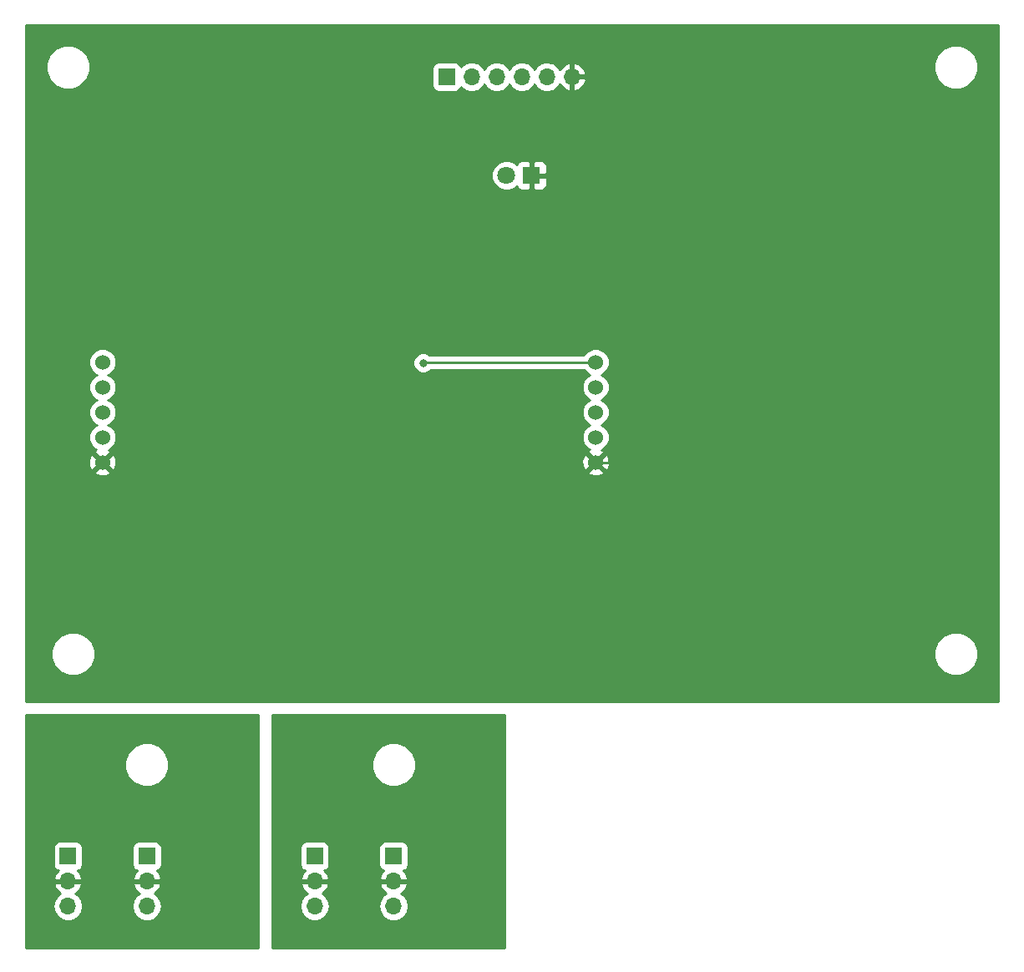
<source format=gtl>
G04 #@! TF.GenerationSoftware,KiCad,Pcbnew,(5.0.2)-1*
G04 #@! TF.CreationDate,2021-07-10T13:52:13-04:00*
G04 #@! TF.ProjectId,breakout,62726561-6b6f-4757-942e-6b696361645f,rev?*
G04 #@! TF.SameCoordinates,Original*
G04 #@! TF.FileFunction,Copper,L1,Top*
G04 #@! TF.FilePolarity,Positive*
%FSLAX46Y46*%
G04 Gerber Fmt 4.6, Leading zero omitted, Abs format (unit mm)*
G04 Created by KiCad (PCBNEW (5.0.2)-1) date 10-Jul-21 1:52:13 PM*
%MOMM*%
%LPD*%
G01*
G04 APERTURE LIST*
G04 #@! TA.AperFunction,ComponentPad*
%ADD10O,1.700000X1.700000*%
G04 #@! TD*
G04 #@! TA.AperFunction,ComponentPad*
%ADD11R,1.700000X1.700000*%
G04 #@! TD*
G04 #@! TA.AperFunction,ComponentPad*
%ADD12R,1.800000X1.800000*%
G04 #@! TD*
G04 #@! TA.AperFunction,ComponentPad*
%ADD13C,1.800000*%
G04 #@! TD*
G04 #@! TA.AperFunction,ComponentPad*
%ADD14C,1.524000*%
G04 #@! TD*
G04 #@! TA.AperFunction,ViaPad*
%ADD15C,0.800000*%
G04 #@! TD*
G04 #@! TA.AperFunction,Conductor*
%ADD16C,0.250000*%
G04 #@! TD*
G04 #@! TA.AperFunction,Conductor*
%ADD17C,0.254000*%
G04 #@! TD*
G04 #@! TA.AperFunction,NonConductor*
%ADD18C,0.254000*%
G04 #@! TD*
G04 APERTURE END LIST*
D10*
G04 #@! TO.P,J2,3*
G04 #@! TO.N,N/C*
X125000000Y-125080000D03*
G04 #@! TO.P,J2,2*
X125000000Y-122540000D03*
D11*
G04 #@! TO.P,J2,1*
X125000000Y-120000000D03*
G04 #@! TD*
D10*
G04 #@! TO.P,J4,3*
G04 #@! TO.N,N/C*
X133000000Y-125080000D03*
G04 #@! TO.P,J4,2*
X133000000Y-122540000D03*
D11*
G04 #@! TO.P,J4,1*
X133000000Y-120000000D03*
G04 #@! TD*
G04 #@! TO.P,J4,1*
G04 #@! TO.N,Net-(J2-Pad1)*
X108000000Y-120000000D03*
D10*
G04 #@! TO.P,J4,2*
G04 #@! TO.N,Net-(J2-Pad2)*
X108000000Y-122540000D03*
G04 #@! TO.P,J4,3*
G04 #@! TO.N,Net-(J2-Pad3)*
X108000000Y-125080000D03*
G04 #@! TD*
D11*
G04 #@! TO.P,J2,1*
G04 #@! TO.N,Net-(J2-Pad1)*
X100000000Y-120000000D03*
D10*
G04 #@! TO.P,J2,2*
G04 #@! TO.N,Net-(J2-Pad2)*
X100000000Y-122540000D03*
G04 #@! TO.P,J2,3*
G04 #@! TO.N,Net-(J2-Pad3)*
X100000000Y-125080000D03*
G04 #@! TD*
D11*
G04 #@! TO.P,J1,1*
G04 #@! TO.N,Net-(J1-Pad1)*
X138380000Y-41000000D03*
D10*
G04 #@! TO.P,J1,2*
G04 #@! TO.N,Net-(J1-Pad2)*
X140920000Y-41000000D03*
G04 #@! TO.P,J1,3*
G04 #@! TO.N,Net-(J1-Pad3)*
X143460000Y-41000000D03*
G04 #@! TO.P,J1,4*
G04 #@! TO.N,Net-(J1-Pad4)*
X146000000Y-41000000D03*
G04 #@! TO.P,J1,5*
G04 #@! TO.N,Net-(D1-Pad2)*
X148540000Y-41000000D03*
G04 #@! TO.P,J1,6*
G04 #@! TO.N,Net-(D1-Pad1)*
X151080000Y-41000000D03*
G04 #@! TD*
D12*
G04 #@! TO.P,D1,1*
G04 #@! TO.N,Net-(D1-Pad1)*
X147000000Y-51000000D03*
D13*
G04 #@! TO.P,D1,2*
G04 #@! TO.N,Net-(D1-Pad2)*
X144460000Y-51000000D03*
G04 #@! TD*
D14*
G04 #@! TO.P,U2,1*
G04 #@! TO.N,Net-(J1-Pad1)*
X153490000Y-69920000D03*
G04 #@! TO.P,U2,2*
G04 #@! TO.N,Net-(J1-Pad4)*
X153490000Y-72460000D03*
G04 #@! TO.P,U2,3*
G04 #@! TO.N,Net-(U2-Pad3)*
X153490000Y-75000000D03*
G04 #@! TO.P,U2,4*
G04 #@! TO.N,Net-(U2-Pad4)*
X153490000Y-77540000D03*
G04 #@! TO.P,U2,5*
G04 #@! TO.N,Net-(D1-Pad1)*
X153490000Y-80080000D03*
G04 #@! TD*
G04 #@! TO.P,U1,5*
G04 #@! TO.N,Net-(D1-Pad1)*
X103490000Y-80080000D03*
G04 #@! TO.P,U1,4*
G04 #@! TO.N,Net-(U1-Pad4)*
X103490000Y-77540000D03*
G04 #@! TO.P,U1,3*
G04 #@! TO.N,Net-(J1-Pad3)*
X103490000Y-75000000D03*
G04 #@! TO.P,U1,2*
G04 #@! TO.N,Net-(J1-Pad2)*
X103490000Y-72460000D03*
G04 #@! TO.P,U1,1*
G04 #@! TO.N,Net-(J1-Pad1)*
X103490000Y-69920000D03*
G04 #@! TD*
D15*
G04 #@! TO.N,Net-(D1-Pad1)*
X158000000Y-51000000D03*
G04 #@! TO.N,Net-(J1-Pad1)*
X136000000Y-70000000D03*
G04 #@! TD*
D16*
G04 #@! TO.N,Net-(D1-Pad1)*
X158000000Y-51000000D02*
X164000000Y-51000000D01*
X164000000Y-51000000D02*
X166000000Y-53000000D01*
X166000000Y-53000000D02*
X166000000Y-79000000D01*
X164920000Y-80080000D02*
X153490000Y-80080000D01*
X166000000Y-79000000D02*
X164920000Y-80080000D01*
G04 #@! TO.N,Net-(J1-Pad1)*
X153490000Y-69920000D02*
X136080000Y-69920000D01*
X136080000Y-69920000D02*
X136000000Y-70000000D01*
G04 #@! TD*
D17*
G04 #@! TO.N,Net-(D1-Pad1)*
G36*
X194290000Y-104290000D02*
X95710000Y-104290000D01*
X95710000Y-99055431D01*
X98265000Y-99055431D01*
X98265000Y-99944569D01*
X98605259Y-100766026D01*
X99233974Y-101394741D01*
X100055431Y-101735000D01*
X100944569Y-101735000D01*
X101766026Y-101394741D01*
X102394741Y-100766026D01*
X102735000Y-99944569D01*
X102735000Y-99055431D01*
X187765000Y-99055431D01*
X187765000Y-99944569D01*
X188105259Y-100766026D01*
X188733974Y-101394741D01*
X189555431Y-101735000D01*
X190444569Y-101735000D01*
X191266026Y-101394741D01*
X191894741Y-100766026D01*
X192235000Y-99944569D01*
X192235000Y-99055431D01*
X191894741Y-98233974D01*
X191266026Y-97605259D01*
X190444569Y-97265000D01*
X189555431Y-97265000D01*
X188733974Y-97605259D01*
X188105259Y-98233974D01*
X187765000Y-99055431D01*
X102735000Y-99055431D01*
X102394741Y-98233974D01*
X101766026Y-97605259D01*
X100944569Y-97265000D01*
X100055431Y-97265000D01*
X99233974Y-97605259D01*
X98605259Y-98233974D01*
X98265000Y-99055431D01*
X95710000Y-99055431D01*
X95710000Y-81060213D01*
X102689392Y-81060213D01*
X102758857Y-81302397D01*
X103282302Y-81489144D01*
X103837368Y-81461362D01*
X104221143Y-81302397D01*
X104290608Y-81060213D01*
X152689392Y-81060213D01*
X152758857Y-81302397D01*
X153282302Y-81489144D01*
X153837368Y-81461362D01*
X154221143Y-81302397D01*
X154290608Y-81060213D01*
X153490000Y-80259605D01*
X152689392Y-81060213D01*
X104290608Y-81060213D01*
X103490000Y-80259605D01*
X102689392Y-81060213D01*
X95710000Y-81060213D01*
X95710000Y-79872302D01*
X102080856Y-79872302D01*
X102108638Y-80427368D01*
X102267603Y-80811143D01*
X102509787Y-80880608D01*
X103310395Y-80080000D01*
X103669605Y-80080000D01*
X104470213Y-80880608D01*
X104712397Y-80811143D01*
X104899144Y-80287698D01*
X104878353Y-79872302D01*
X152080856Y-79872302D01*
X152108638Y-80427368D01*
X152267603Y-80811143D01*
X152509787Y-80880608D01*
X153310395Y-80080000D01*
X153669605Y-80080000D01*
X154470213Y-80880608D01*
X154712397Y-80811143D01*
X154899144Y-80287698D01*
X154871362Y-79732632D01*
X154712397Y-79348857D01*
X154470213Y-79279392D01*
X153669605Y-80080000D01*
X153310395Y-80080000D01*
X152509787Y-79279392D01*
X152267603Y-79348857D01*
X152080856Y-79872302D01*
X104878353Y-79872302D01*
X104871362Y-79732632D01*
X104712397Y-79348857D01*
X104470213Y-79279392D01*
X103669605Y-80080000D01*
X103310395Y-80080000D01*
X102509787Y-79279392D01*
X102267603Y-79348857D01*
X102080856Y-79872302D01*
X95710000Y-79872302D01*
X95710000Y-69642119D01*
X102093000Y-69642119D01*
X102093000Y-70197881D01*
X102305680Y-70711337D01*
X102698663Y-71104320D01*
X102905513Y-71190000D01*
X102698663Y-71275680D01*
X102305680Y-71668663D01*
X102093000Y-72182119D01*
X102093000Y-72737881D01*
X102305680Y-73251337D01*
X102698663Y-73644320D01*
X102905513Y-73730000D01*
X102698663Y-73815680D01*
X102305680Y-74208663D01*
X102093000Y-74722119D01*
X102093000Y-75277881D01*
X102305680Y-75791337D01*
X102698663Y-76184320D01*
X102905513Y-76270000D01*
X102698663Y-76355680D01*
X102305680Y-76748663D01*
X102093000Y-77262119D01*
X102093000Y-77817881D01*
X102305680Y-78331337D01*
X102698663Y-78724320D01*
X102889647Y-78803428D01*
X102758857Y-78857603D01*
X102689392Y-79099787D01*
X103490000Y-79900395D01*
X104290608Y-79099787D01*
X104221143Y-78857603D01*
X104080607Y-78807465D01*
X104281337Y-78724320D01*
X104674320Y-78331337D01*
X104887000Y-77817881D01*
X104887000Y-77262119D01*
X104674320Y-76748663D01*
X104281337Y-76355680D01*
X104074487Y-76270000D01*
X104281337Y-76184320D01*
X104674320Y-75791337D01*
X104887000Y-75277881D01*
X104887000Y-74722119D01*
X104674320Y-74208663D01*
X104281337Y-73815680D01*
X104074487Y-73730000D01*
X104281337Y-73644320D01*
X104674320Y-73251337D01*
X104887000Y-72737881D01*
X104887000Y-72182119D01*
X104674320Y-71668663D01*
X104281337Y-71275680D01*
X104074487Y-71190000D01*
X104281337Y-71104320D01*
X104674320Y-70711337D01*
X104887000Y-70197881D01*
X104887000Y-69794126D01*
X134965000Y-69794126D01*
X134965000Y-70205874D01*
X135122569Y-70586280D01*
X135413720Y-70877431D01*
X135794126Y-71035000D01*
X136205874Y-71035000D01*
X136586280Y-70877431D01*
X136783711Y-70680000D01*
X152292700Y-70680000D01*
X152305680Y-70711337D01*
X152698663Y-71104320D01*
X152905513Y-71190000D01*
X152698663Y-71275680D01*
X152305680Y-71668663D01*
X152093000Y-72182119D01*
X152093000Y-72737881D01*
X152305680Y-73251337D01*
X152698663Y-73644320D01*
X152905513Y-73730000D01*
X152698663Y-73815680D01*
X152305680Y-74208663D01*
X152093000Y-74722119D01*
X152093000Y-75277881D01*
X152305680Y-75791337D01*
X152698663Y-76184320D01*
X152905513Y-76270000D01*
X152698663Y-76355680D01*
X152305680Y-76748663D01*
X152093000Y-77262119D01*
X152093000Y-77817881D01*
X152305680Y-78331337D01*
X152698663Y-78724320D01*
X152889647Y-78803428D01*
X152758857Y-78857603D01*
X152689392Y-79099787D01*
X153490000Y-79900395D01*
X154290608Y-79099787D01*
X154221143Y-78857603D01*
X154080607Y-78807465D01*
X154281337Y-78724320D01*
X154674320Y-78331337D01*
X154887000Y-77817881D01*
X154887000Y-77262119D01*
X154674320Y-76748663D01*
X154281337Y-76355680D01*
X154074487Y-76270000D01*
X154281337Y-76184320D01*
X154674320Y-75791337D01*
X154887000Y-75277881D01*
X154887000Y-74722119D01*
X154674320Y-74208663D01*
X154281337Y-73815680D01*
X154074487Y-73730000D01*
X154281337Y-73644320D01*
X154674320Y-73251337D01*
X154887000Y-72737881D01*
X154887000Y-72182119D01*
X154674320Y-71668663D01*
X154281337Y-71275680D01*
X154074487Y-71190000D01*
X154281337Y-71104320D01*
X154674320Y-70711337D01*
X154887000Y-70197881D01*
X154887000Y-69642119D01*
X154674320Y-69128663D01*
X154281337Y-68735680D01*
X153767881Y-68523000D01*
X153212119Y-68523000D01*
X152698663Y-68735680D01*
X152305680Y-69128663D01*
X152292700Y-69160000D01*
X136623711Y-69160000D01*
X136586280Y-69122569D01*
X136205874Y-68965000D01*
X135794126Y-68965000D01*
X135413720Y-69122569D01*
X135122569Y-69413720D01*
X134965000Y-69794126D01*
X104887000Y-69794126D01*
X104887000Y-69642119D01*
X104674320Y-69128663D01*
X104281337Y-68735680D01*
X103767881Y-68523000D01*
X103212119Y-68523000D01*
X102698663Y-68735680D01*
X102305680Y-69128663D01*
X102093000Y-69642119D01*
X95710000Y-69642119D01*
X95710000Y-50694670D01*
X142925000Y-50694670D01*
X142925000Y-51305330D01*
X143158690Y-51869507D01*
X143590493Y-52301310D01*
X144154670Y-52535000D01*
X144765330Y-52535000D01*
X145329507Y-52301310D01*
X145505861Y-52124956D01*
X145561673Y-52259699D01*
X145740302Y-52438327D01*
X145973691Y-52535000D01*
X146714250Y-52535000D01*
X146873000Y-52376250D01*
X146873000Y-51127000D01*
X147127000Y-51127000D01*
X147127000Y-52376250D01*
X147285750Y-52535000D01*
X148026309Y-52535000D01*
X148259698Y-52438327D01*
X148438327Y-52259699D01*
X148535000Y-52026310D01*
X148535000Y-51285750D01*
X148376250Y-51127000D01*
X147127000Y-51127000D01*
X146873000Y-51127000D01*
X146853000Y-51127000D01*
X146853000Y-50873000D01*
X146873000Y-50873000D01*
X146873000Y-49623750D01*
X147127000Y-49623750D01*
X147127000Y-50873000D01*
X148376250Y-50873000D01*
X148535000Y-50714250D01*
X148535000Y-49973690D01*
X148438327Y-49740301D01*
X148259698Y-49561673D01*
X148026309Y-49465000D01*
X147285750Y-49465000D01*
X147127000Y-49623750D01*
X146873000Y-49623750D01*
X146714250Y-49465000D01*
X145973691Y-49465000D01*
X145740302Y-49561673D01*
X145561673Y-49740301D01*
X145505861Y-49875044D01*
X145329507Y-49698690D01*
X144765330Y-49465000D01*
X144154670Y-49465000D01*
X143590493Y-49698690D01*
X143158690Y-50130493D01*
X142925000Y-50694670D01*
X95710000Y-50694670D01*
X95710000Y-39555431D01*
X97765000Y-39555431D01*
X97765000Y-40444569D01*
X98105259Y-41266026D01*
X98733974Y-41894741D01*
X99555431Y-42235000D01*
X100444569Y-42235000D01*
X101266026Y-41894741D01*
X101894741Y-41266026D01*
X102235000Y-40444569D01*
X102235000Y-40150000D01*
X136882560Y-40150000D01*
X136882560Y-41850000D01*
X136931843Y-42097765D01*
X137072191Y-42307809D01*
X137282235Y-42448157D01*
X137530000Y-42497440D01*
X139230000Y-42497440D01*
X139477765Y-42448157D01*
X139687809Y-42307809D01*
X139828157Y-42097765D01*
X139837184Y-42052381D01*
X139849375Y-42070625D01*
X140340582Y-42398839D01*
X140773744Y-42485000D01*
X141066256Y-42485000D01*
X141499418Y-42398839D01*
X141990625Y-42070625D01*
X142190000Y-41772239D01*
X142389375Y-42070625D01*
X142880582Y-42398839D01*
X143313744Y-42485000D01*
X143606256Y-42485000D01*
X144039418Y-42398839D01*
X144530625Y-42070625D01*
X144730000Y-41772239D01*
X144929375Y-42070625D01*
X145420582Y-42398839D01*
X145853744Y-42485000D01*
X146146256Y-42485000D01*
X146579418Y-42398839D01*
X147070625Y-42070625D01*
X147270000Y-41772239D01*
X147469375Y-42070625D01*
X147960582Y-42398839D01*
X148393744Y-42485000D01*
X148686256Y-42485000D01*
X149119418Y-42398839D01*
X149610625Y-42070625D01*
X149823843Y-41751522D01*
X149884817Y-41881358D01*
X150313076Y-42271645D01*
X150723110Y-42441476D01*
X150953000Y-42320155D01*
X150953000Y-41127000D01*
X151207000Y-41127000D01*
X151207000Y-42320155D01*
X151436890Y-42441476D01*
X151846924Y-42271645D01*
X152275183Y-41881358D01*
X152521486Y-41356892D01*
X152400819Y-41127000D01*
X151207000Y-41127000D01*
X150953000Y-41127000D01*
X150933000Y-41127000D01*
X150933000Y-40873000D01*
X150953000Y-40873000D01*
X150953000Y-39679845D01*
X151207000Y-39679845D01*
X151207000Y-40873000D01*
X152400819Y-40873000D01*
X152521486Y-40643108D01*
X152275183Y-40118642D01*
X151846924Y-39728355D01*
X151436890Y-39558524D01*
X151207000Y-39679845D01*
X150953000Y-39679845D01*
X150723110Y-39558524D01*
X150313076Y-39728355D01*
X149884817Y-40118642D01*
X149823843Y-40248478D01*
X149610625Y-39929375D01*
X149119418Y-39601161D01*
X148889518Y-39555431D01*
X187765000Y-39555431D01*
X187765000Y-40444569D01*
X188105259Y-41266026D01*
X188733974Y-41894741D01*
X189555431Y-42235000D01*
X190444569Y-42235000D01*
X191266026Y-41894741D01*
X191894741Y-41266026D01*
X192235000Y-40444569D01*
X192235000Y-39555431D01*
X191894741Y-38733974D01*
X191266026Y-38105259D01*
X190444569Y-37765000D01*
X189555431Y-37765000D01*
X188733974Y-38105259D01*
X188105259Y-38733974D01*
X187765000Y-39555431D01*
X148889518Y-39555431D01*
X148686256Y-39515000D01*
X148393744Y-39515000D01*
X147960582Y-39601161D01*
X147469375Y-39929375D01*
X147270000Y-40227761D01*
X147070625Y-39929375D01*
X146579418Y-39601161D01*
X146146256Y-39515000D01*
X145853744Y-39515000D01*
X145420582Y-39601161D01*
X144929375Y-39929375D01*
X144730000Y-40227761D01*
X144530625Y-39929375D01*
X144039418Y-39601161D01*
X143606256Y-39515000D01*
X143313744Y-39515000D01*
X142880582Y-39601161D01*
X142389375Y-39929375D01*
X142190000Y-40227761D01*
X141990625Y-39929375D01*
X141499418Y-39601161D01*
X141066256Y-39515000D01*
X140773744Y-39515000D01*
X140340582Y-39601161D01*
X139849375Y-39929375D01*
X139837184Y-39947619D01*
X139828157Y-39902235D01*
X139687809Y-39692191D01*
X139477765Y-39551843D01*
X139230000Y-39502560D01*
X137530000Y-39502560D01*
X137282235Y-39551843D01*
X137072191Y-39692191D01*
X136931843Y-39902235D01*
X136882560Y-40150000D01*
X102235000Y-40150000D01*
X102235000Y-39555431D01*
X101894741Y-38733974D01*
X101266026Y-38105259D01*
X100444569Y-37765000D01*
X99555431Y-37765000D01*
X98733974Y-38105259D01*
X98105259Y-38733974D01*
X97765000Y-39555431D01*
X95710000Y-39555431D01*
X95710000Y-35710000D01*
X194290001Y-35710000D01*
X194290000Y-104290000D01*
X194290000Y-104290000D01*
G37*
X194290000Y-104290000D02*
X95710000Y-104290000D01*
X95710000Y-99055431D01*
X98265000Y-99055431D01*
X98265000Y-99944569D01*
X98605259Y-100766026D01*
X99233974Y-101394741D01*
X100055431Y-101735000D01*
X100944569Y-101735000D01*
X101766026Y-101394741D01*
X102394741Y-100766026D01*
X102735000Y-99944569D01*
X102735000Y-99055431D01*
X187765000Y-99055431D01*
X187765000Y-99944569D01*
X188105259Y-100766026D01*
X188733974Y-101394741D01*
X189555431Y-101735000D01*
X190444569Y-101735000D01*
X191266026Y-101394741D01*
X191894741Y-100766026D01*
X192235000Y-99944569D01*
X192235000Y-99055431D01*
X191894741Y-98233974D01*
X191266026Y-97605259D01*
X190444569Y-97265000D01*
X189555431Y-97265000D01*
X188733974Y-97605259D01*
X188105259Y-98233974D01*
X187765000Y-99055431D01*
X102735000Y-99055431D01*
X102394741Y-98233974D01*
X101766026Y-97605259D01*
X100944569Y-97265000D01*
X100055431Y-97265000D01*
X99233974Y-97605259D01*
X98605259Y-98233974D01*
X98265000Y-99055431D01*
X95710000Y-99055431D01*
X95710000Y-81060213D01*
X102689392Y-81060213D01*
X102758857Y-81302397D01*
X103282302Y-81489144D01*
X103837368Y-81461362D01*
X104221143Y-81302397D01*
X104290608Y-81060213D01*
X152689392Y-81060213D01*
X152758857Y-81302397D01*
X153282302Y-81489144D01*
X153837368Y-81461362D01*
X154221143Y-81302397D01*
X154290608Y-81060213D01*
X153490000Y-80259605D01*
X152689392Y-81060213D01*
X104290608Y-81060213D01*
X103490000Y-80259605D01*
X102689392Y-81060213D01*
X95710000Y-81060213D01*
X95710000Y-79872302D01*
X102080856Y-79872302D01*
X102108638Y-80427368D01*
X102267603Y-80811143D01*
X102509787Y-80880608D01*
X103310395Y-80080000D01*
X103669605Y-80080000D01*
X104470213Y-80880608D01*
X104712397Y-80811143D01*
X104899144Y-80287698D01*
X104878353Y-79872302D01*
X152080856Y-79872302D01*
X152108638Y-80427368D01*
X152267603Y-80811143D01*
X152509787Y-80880608D01*
X153310395Y-80080000D01*
X153669605Y-80080000D01*
X154470213Y-80880608D01*
X154712397Y-80811143D01*
X154899144Y-80287698D01*
X154871362Y-79732632D01*
X154712397Y-79348857D01*
X154470213Y-79279392D01*
X153669605Y-80080000D01*
X153310395Y-80080000D01*
X152509787Y-79279392D01*
X152267603Y-79348857D01*
X152080856Y-79872302D01*
X104878353Y-79872302D01*
X104871362Y-79732632D01*
X104712397Y-79348857D01*
X104470213Y-79279392D01*
X103669605Y-80080000D01*
X103310395Y-80080000D01*
X102509787Y-79279392D01*
X102267603Y-79348857D01*
X102080856Y-79872302D01*
X95710000Y-79872302D01*
X95710000Y-69642119D01*
X102093000Y-69642119D01*
X102093000Y-70197881D01*
X102305680Y-70711337D01*
X102698663Y-71104320D01*
X102905513Y-71190000D01*
X102698663Y-71275680D01*
X102305680Y-71668663D01*
X102093000Y-72182119D01*
X102093000Y-72737881D01*
X102305680Y-73251337D01*
X102698663Y-73644320D01*
X102905513Y-73730000D01*
X102698663Y-73815680D01*
X102305680Y-74208663D01*
X102093000Y-74722119D01*
X102093000Y-75277881D01*
X102305680Y-75791337D01*
X102698663Y-76184320D01*
X102905513Y-76270000D01*
X102698663Y-76355680D01*
X102305680Y-76748663D01*
X102093000Y-77262119D01*
X102093000Y-77817881D01*
X102305680Y-78331337D01*
X102698663Y-78724320D01*
X102889647Y-78803428D01*
X102758857Y-78857603D01*
X102689392Y-79099787D01*
X103490000Y-79900395D01*
X104290608Y-79099787D01*
X104221143Y-78857603D01*
X104080607Y-78807465D01*
X104281337Y-78724320D01*
X104674320Y-78331337D01*
X104887000Y-77817881D01*
X104887000Y-77262119D01*
X104674320Y-76748663D01*
X104281337Y-76355680D01*
X104074487Y-76270000D01*
X104281337Y-76184320D01*
X104674320Y-75791337D01*
X104887000Y-75277881D01*
X104887000Y-74722119D01*
X104674320Y-74208663D01*
X104281337Y-73815680D01*
X104074487Y-73730000D01*
X104281337Y-73644320D01*
X104674320Y-73251337D01*
X104887000Y-72737881D01*
X104887000Y-72182119D01*
X104674320Y-71668663D01*
X104281337Y-71275680D01*
X104074487Y-71190000D01*
X104281337Y-71104320D01*
X104674320Y-70711337D01*
X104887000Y-70197881D01*
X104887000Y-69794126D01*
X134965000Y-69794126D01*
X134965000Y-70205874D01*
X135122569Y-70586280D01*
X135413720Y-70877431D01*
X135794126Y-71035000D01*
X136205874Y-71035000D01*
X136586280Y-70877431D01*
X136783711Y-70680000D01*
X152292700Y-70680000D01*
X152305680Y-70711337D01*
X152698663Y-71104320D01*
X152905513Y-71190000D01*
X152698663Y-71275680D01*
X152305680Y-71668663D01*
X152093000Y-72182119D01*
X152093000Y-72737881D01*
X152305680Y-73251337D01*
X152698663Y-73644320D01*
X152905513Y-73730000D01*
X152698663Y-73815680D01*
X152305680Y-74208663D01*
X152093000Y-74722119D01*
X152093000Y-75277881D01*
X152305680Y-75791337D01*
X152698663Y-76184320D01*
X152905513Y-76270000D01*
X152698663Y-76355680D01*
X152305680Y-76748663D01*
X152093000Y-77262119D01*
X152093000Y-77817881D01*
X152305680Y-78331337D01*
X152698663Y-78724320D01*
X152889647Y-78803428D01*
X152758857Y-78857603D01*
X152689392Y-79099787D01*
X153490000Y-79900395D01*
X154290608Y-79099787D01*
X154221143Y-78857603D01*
X154080607Y-78807465D01*
X154281337Y-78724320D01*
X154674320Y-78331337D01*
X154887000Y-77817881D01*
X154887000Y-77262119D01*
X154674320Y-76748663D01*
X154281337Y-76355680D01*
X154074487Y-76270000D01*
X154281337Y-76184320D01*
X154674320Y-75791337D01*
X154887000Y-75277881D01*
X154887000Y-74722119D01*
X154674320Y-74208663D01*
X154281337Y-73815680D01*
X154074487Y-73730000D01*
X154281337Y-73644320D01*
X154674320Y-73251337D01*
X154887000Y-72737881D01*
X154887000Y-72182119D01*
X154674320Y-71668663D01*
X154281337Y-71275680D01*
X154074487Y-71190000D01*
X154281337Y-71104320D01*
X154674320Y-70711337D01*
X154887000Y-70197881D01*
X154887000Y-69642119D01*
X154674320Y-69128663D01*
X154281337Y-68735680D01*
X153767881Y-68523000D01*
X153212119Y-68523000D01*
X152698663Y-68735680D01*
X152305680Y-69128663D01*
X152292700Y-69160000D01*
X136623711Y-69160000D01*
X136586280Y-69122569D01*
X136205874Y-68965000D01*
X135794126Y-68965000D01*
X135413720Y-69122569D01*
X135122569Y-69413720D01*
X134965000Y-69794126D01*
X104887000Y-69794126D01*
X104887000Y-69642119D01*
X104674320Y-69128663D01*
X104281337Y-68735680D01*
X103767881Y-68523000D01*
X103212119Y-68523000D01*
X102698663Y-68735680D01*
X102305680Y-69128663D01*
X102093000Y-69642119D01*
X95710000Y-69642119D01*
X95710000Y-50694670D01*
X142925000Y-50694670D01*
X142925000Y-51305330D01*
X143158690Y-51869507D01*
X143590493Y-52301310D01*
X144154670Y-52535000D01*
X144765330Y-52535000D01*
X145329507Y-52301310D01*
X145505861Y-52124956D01*
X145561673Y-52259699D01*
X145740302Y-52438327D01*
X145973691Y-52535000D01*
X146714250Y-52535000D01*
X146873000Y-52376250D01*
X146873000Y-51127000D01*
X147127000Y-51127000D01*
X147127000Y-52376250D01*
X147285750Y-52535000D01*
X148026309Y-52535000D01*
X148259698Y-52438327D01*
X148438327Y-52259699D01*
X148535000Y-52026310D01*
X148535000Y-51285750D01*
X148376250Y-51127000D01*
X147127000Y-51127000D01*
X146873000Y-51127000D01*
X146853000Y-51127000D01*
X146853000Y-50873000D01*
X146873000Y-50873000D01*
X146873000Y-49623750D01*
X147127000Y-49623750D01*
X147127000Y-50873000D01*
X148376250Y-50873000D01*
X148535000Y-50714250D01*
X148535000Y-49973690D01*
X148438327Y-49740301D01*
X148259698Y-49561673D01*
X148026309Y-49465000D01*
X147285750Y-49465000D01*
X147127000Y-49623750D01*
X146873000Y-49623750D01*
X146714250Y-49465000D01*
X145973691Y-49465000D01*
X145740302Y-49561673D01*
X145561673Y-49740301D01*
X145505861Y-49875044D01*
X145329507Y-49698690D01*
X144765330Y-49465000D01*
X144154670Y-49465000D01*
X143590493Y-49698690D01*
X143158690Y-50130493D01*
X142925000Y-50694670D01*
X95710000Y-50694670D01*
X95710000Y-39555431D01*
X97765000Y-39555431D01*
X97765000Y-40444569D01*
X98105259Y-41266026D01*
X98733974Y-41894741D01*
X99555431Y-42235000D01*
X100444569Y-42235000D01*
X101266026Y-41894741D01*
X101894741Y-41266026D01*
X102235000Y-40444569D01*
X102235000Y-40150000D01*
X136882560Y-40150000D01*
X136882560Y-41850000D01*
X136931843Y-42097765D01*
X137072191Y-42307809D01*
X137282235Y-42448157D01*
X137530000Y-42497440D01*
X139230000Y-42497440D01*
X139477765Y-42448157D01*
X139687809Y-42307809D01*
X139828157Y-42097765D01*
X139837184Y-42052381D01*
X139849375Y-42070625D01*
X140340582Y-42398839D01*
X140773744Y-42485000D01*
X141066256Y-42485000D01*
X141499418Y-42398839D01*
X141990625Y-42070625D01*
X142190000Y-41772239D01*
X142389375Y-42070625D01*
X142880582Y-42398839D01*
X143313744Y-42485000D01*
X143606256Y-42485000D01*
X144039418Y-42398839D01*
X144530625Y-42070625D01*
X144730000Y-41772239D01*
X144929375Y-42070625D01*
X145420582Y-42398839D01*
X145853744Y-42485000D01*
X146146256Y-42485000D01*
X146579418Y-42398839D01*
X147070625Y-42070625D01*
X147270000Y-41772239D01*
X147469375Y-42070625D01*
X147960582Y-42398839D01*
X148393744Y-42485000D01*
X148686256Y-42485000D01*
X149119418Y-42398839D01*
X149610625Y-42070625D01*
X149823843Y-41751522D01*
X149884817Y-41881358D01*
X150313076Y-42271645D01*
X150723110Y-42441476D01*
X150953000Y-42320155D01*
X150953000Y-41127000D01*
X151207000Y-41127000D01*
X151207000Y-42320155D01*
X151436890Y-42441476D01*
X151846924Y-42271645D01*
X152275183Y-41881358D01*
X152521486Y-41356892D01*
X152400819Y-41127000D01*
X151207000Y-41127000D01*
X150953000Y-41127000D01*
X150933000Y-41127000D01*
X150933000Y-40873000D01*
X150953000Y-40873000D01*
X150953000Y-39679845D01*
X151207000Y-39679845D01*
X151207000Y-40873000D01*
X152400819Y-40873000D01*
X152521486Y-40643108D01*
X152275183Y-40118642D01*
X151846924Y-39728355D01*
X151436890Y-39558524D01*
X151207000Y-39679845D01*
X150953000Y-39679845D01*
X150723110Y-39558524D01*
X150313076Y-39728355D01*
X149884817Y-40118642D01*
X149823843Y-40248478D01*
X149610625Y-39929375D01*
X149119418Y-39601161D01*
X148889518Y-39555431D01*
X187765000Y-39555431D01*
X187765000Y-40444569D01*
X188105259Y-41266026D01*
X188733974Y-41894741D01*
X189555431Y-42235000D01*
X190444569Y-42235000D01*
X191266026Y-41894741D01*
X191894741Y-41266026D01*
X192235000Y-40444569D01*
X192235000Y-39555431D01*
X191894741Y-38733974D01*
X191266026Y-38105259D01*
X190444569Y-37765000D01*
X189555431Y-37765000D01*
X188733974Y-38105259D01*
X188105259Y-38733974D01*
X187765000Y-39555431D01*
X148889518Y-39555431D01*
X148686256Y-39515000D01*
X148393744Y-39515000D01*
X147960582Y-39601161D01*
X147469375Y-39929375D01*
X147270000Y-40227761D01*
X147070625Y-39929375D01*
X146579418Y-39601161D01*
X146146256Y-39515000D01*
X145853744Y-39515000D01*
X145420582Y-39601161D01*
X144929375Y-39929375D01*
X144730000Y-40227761D01*
X144530625Y-39929375D01*
X144039418Y-39601161D01*
X143606256Y-39515000D01*
X143313744Y-39515000D01*
X142880582Y-39601161D01*
X142389375Y-39929375D01*
X142190000Y-40227761D01*
X141990625Y-39929375D01*
X141499418Y-39601161D01*
X141066256Y-39515000D01*
X140773744Y-39515000D01*
X140340582Y-39601161D01*
X139849375Y-39929375D01*
X139837184Y-39947619D01*
X139828157Y-39902235D01*
X139687809Y-39692191D01*
X139477765Y-39551843D01*
X139230000Y-39502560D01*
X137530000Y-39502560D01*
X137282235Y-39551843D01*
X137072191Y-39692191D01*
X136931843Y-39902235D01*
X136882560Y-40150000D01*
X102235000Y-40150000D01*
X102235000Y-39555431D01*
X101894741Y-38733974D01*
X101266026Y-38105259D01*
X100444569Y-37765000D01*
X99555431Y-37765000D01*
X98733974Y-38105259D01*
X98105259Y-38733974D01*
X97765000Y-39555431D01*
X95710000Y-39555431D01*
X95710000Y-35710000D01*
X194290001Y-35710000D01*
X194290000Y-104290000D01*
G04 #@! TO.N,Net-(J2-Pad2)*
G36*
X119290001Y-129290000D02*
X95710000Y-129290000D01*
X95710000Y-125080000D01*
X98485908Y-125080000D01*
X98601161Y-125659418D01*
X98929375Y-126150625D01*
X99420582Y-126478839D01*
X99853744Y-126565000D01*
X100146256Y-126565000D01*
X100579418Y-126478839D01*
X101070625Y-126150625D01*
X101398839Y-125659418D01*
X101514092Y-125080000D01*
X106485908Y-125080000D01*
X106601161Y-125659418D01*
X106929375Y-126150625D01*
X107420582Y-126478839D01*
X107853744Y-126565000D01*
X108146256Y-126565000D01*
X108579418Y-126478839D01*
X109070625Y-126150625D01*
X109398839Y-125659418D01*
X109514092Y-125080000D01*
X109398839Y-124500582D01*
X109070625Y-124009375D01*
X108751522Y-123796157D01*
X108881358Y-123735183D01*
X109271645Y-123306924D01*
X109441476Y-122896890D01*
X109320155Y-122667000D01*
X108127000Y-122667000D01*
X108127000Y-122687000D01*
X107873000Y-122687000D01*
X107873000Y-122667000D01*
X106679845Y-122667000D01*
X106558524Y-122896890D01*
X106728355Y-123306924D01*
X107118642Y-123735183D01*
X107248478Y-123796157D01*
X106929375Y-124009375D01*
X106601161Y-124500582D01*
X106485908Y-125080000D01*
X101514092Y-125080000D01*
X101398839Y-124500582D01*
X101070625Y-124009375D01*
X100751522Y-123796157D01*
X100881358Y-123735183D01*
X101271645Y-123306924D01*
X101441476Y-122896890D01*
X101320155Y-122667000D01*
X100127000Y-122667000D01*
X100127000Y-122687000D01*
X99873000Y-122687000D01*
X99873000Y-122667000D01*
X98679845Y-122667000D01*
X98558524Y-122896890D01*
X98728355Y-123306924D01*
X99118642Y-123735183D01*
X99248478Y-123796157D01*
X98929375Y-124009375D01*
X98601161Y-124500582D01*
X98485908Y-125080000D01*
X95710000Y-125080000D01*
X95710000Y-119150000D01*
X98502560Y-119150000D01*
X98502560Y-120850000D01*
X98551843Y-121097765D01*
X98692191Y-121307809D01*
X98902235Y-121448157D01*
X99005708Y-121468739D01*
X98728355Y-121773076D01*
X98558524Y-122183110D01*
X98679845Y-122413000D01*
X99873000Y-122413000D01*
X99873000Y-122393000D01*
X100127000Y-122393000D01*
X100127000Y-122413000D01*
X101320155Y-122413000D01*
X101441476Y-122183110D01*
X101271645Y-121773076D01*
X100994292Y-121468739D01*
X101097765Y-121448157D01*
X101307809Y-121307809D01*
X101448157Y-121097765D01*
X101497440Y-120850000D01*
X101497440Y-119150000D01*
X106502560Y-119150000D01*
X106502560Y-120850000D01*
X106551843Y-121097765D01*
X106692191Y-121307809D01*
X106902235Y-121448157D01*
X107005708Y-121468739D01*
X106728355Y-121773076D01*
X106558524Y-122183110D01*
X106679845Y-122413000D01*
X107873000Y-122413000D01*
X107873000Y-122393000D01*
X108127000Y-122393000D01*
X108127000Y-122413000D01*
X109320155Y-122413000D01*
X109441476Y-122183110D01*
X109271645Y-121773076D01*
X108994292Y-121468739D01*
X109097765Y-121448157D01*
X109307809Y-121307809D01*
X109448157Y-121097765D01*
X109497440Y-120850000D01*
X109497440Y-119150000D01*
X109448157Y-118902235D01*
X109307809Y-118692191D01*
X109097765Y-118551843D01*
X108850000Y-118502560D01*
X107150000Y-118502560D01*
X106902235Y-118551843D01*
X106692191Y-118692191D01*
X106551843Y-118902235D01*
X106502560Y-119150000D01*
X101497440Y-119150000D01*
X101448157Y-118902235D01*
X101307809Y-118692191D01*
X101097765Y-118551843D01*
X100850000Y-118502560D01*
X99150000Y-118502560D01*
X98902235Y-118551843D01*
X98692191Y-118692191D01*
X98551843Y-118902235D01*
X98502560Y-119150000D01*
X95710000Y-119150000D01*
X95710000Y-110305431D01*
X105765000Y-110305431D01*
X105765000Y-111194569D01*
X106105259Y-112016026D01*
X106733974Y-112644741D01*
X107555431Y-112985000D01*
X108444569Y-112985000D01*
X109266026Y-112644741D01*
X109894741Y-112016026D01*
X110235000Y-111194569D01*
X110235000Y-110305431D01*
X109894741Y-109483974D01*
X109266026Y-108855259D01*
X108444569Y-108515000D01*
X107555431Y-108515000D01*
X106733974Y-108855259D01*
X106105259Y-109483974D01*
X105765000Y-110305431D01*
X95710000Y-110305431D01*
X95710000Y-105710000D01*
X119290000Y-105710000D01*
X119290001Y-129290000D01*
X119290001Y-129290000D01*
G37*
X119290001Y-129290000D02*
X95710000Y-129290000D01*
X95710000Y-125080000D01*
X98485908Y-125080000D01*
X98601161Y-125659418D01*
X98929375Y-126150625D01*
X99420582Y-126478839D01*
X99853744Y-126565000D01*
X100146256Y-126565000D01*
X100579418Y-126478839D01*
X101070625Y-126150625D01*
X101398839Y-125659418D01*
X101514092Y-125080000D01*
X106485908Y-125080000D01*
X106601161Y-125659418D01*
X106929375Y-126150625D01*
X107420582Y-126478839D01*
X107853744Y-126565000D01*
X108146256Y-126565000D01*
X108579418Y-126478839D01*
X109070625Y-126150625D01*
X109398839Y-125659418D01*
X109514092Y-125080000D01*
X109398839Y-124500582D01*
X109070625Y-124009375D01*
X108751522Y-123796157D01*
X108881358Y-123735183D01*
X109271645Y-123306924D01*
X109441476Y-122896890D01*
X109320155Y-122667000D01*
X108127000Y-122667000D01*
X108127000Y-122687000D01*
X107873000Y-122687000D01*
X107873000Y-122667000D01*
X106679845Y-122667000D01*
X106558524Y-122896890D01*
X106728355Y-123306924D01*
X107118642Y-123735183D01*
X107248478Y-123796157D01*
X106929375Y-124009375D01*
X106601161Y-124500582D01*
X106485908Y-125080000D01*
X101514092Y-125080000D01*
X101398839Y-124500582D01*
X101070625Y-124009375D01*
X100751522Y-123796157D01*
X100881358Y-123735183D01*
X101271645Y-123306924D01*
X101441476Y-122896890D01*
X101320155Y-122667000D01*
X100127000Y-122667000D01*
X100127000Y-122687000D01*
X99873000Y-122687000D01*
X99873000Y-122667000D01*
X98679845Y-122667000D01*
X98558524Y-122896890D01*
X98728355Y-123306924D01*
X99118642Y-123735183D01*
X99248478Y-123796157D01*
X98929375Y-124009375D01*
X98601161Y-124500582D01*
X98485908Y-125080000D01*
X95710000Y-125080000D01*
X95710000Y-119150000D01*
X98502560Y-119150000D01*
X98502560Y-120850000D01*
X98551843Y-121097765D01*
X98692191Y-121307809D01*
X98902235Y-121448157D01*
X99005708Y-121468739D01*
X98728355Y-121773076D01*
X98558524Y-122183110D01*
X98679845Y-122413000D01*
X99873000Y-122413000D01*
X99873000Y-122393000D01*
X100127000Y-122393000D01*
X100127000Y-122413000D01*
X101320155Y-122413000D01*
X101441476Y-122183110D01*
X101271645Y-121773076D01*
X100994292Y-121468739D01*
X101097765Y-121448157D01*
X101307809Y-121307809D01*
X101448157Y-121097765D01*
X101497440Y-120850000D01*
X101497440Y-119150000D01*
X106502560Y-119150000D01*
X106502560Y-120850000D01*
X106551843Y-121097765D01*
X106692191Y-121307809D01*
X106902235Y-121448157D01*
X107005708Y-121468739D01*
X106728355Y-121773076D01*
X106558524Y-122183110D01*
X106679845Y-122413000D01*
X107873000Y-122413000D01*
X107873000Y-122393000D01*
X108127000Y-122393000D01*
X108127000Y-122413000D01*
X109320155Y-122413000D01*
X109441476Y-122183110D01*
X109271645Y-121773076D01*
X108994292Y-121468739D01*
X109097765Y-121448157D01*
X109307809Y-121307809D01*
X109448157Y-121097765D01*
X109497440Y-120850000D01*
X109497440Y-119150000D01*
X109448157Y-118902235D01*
X109307809Y-118692191D01*
X109097765Y-118551843D01*
X108850000Y-118502560D01*
X107150000Y-118502560D01*
X106902235Y-118551843D01*
X106692191Y-118692191D01*
X106551843Y-118902235D01*
X106502560Y-119150000D01*
X101497440Y-119150000D01*
X101448157Y-118902235D01*
X101307809Y-118692191D01*
X101097765Y-118551843D01*
X100850000Y-118502560D01*
X99150000Y-118502560D01*
X98902235Y-118551843D01*
X98692191Y-118692191D01*
X98551843Y-118902235D01*
X98502560Y-119150000D01*
X95710000Y-119150000D01*
X95710000Y-110305431D01*
X105765000Y-110305431D01*
X105765000Y-111194569D01*
X106105259Y-112016026D01*
X106733974Y-112644741D01*
X107555431Y-112985000D01*
X108444569Y-112985000D01*
X109266026Y-112644741D01*
X109894741Y-112016026D01*
X110235000Y-111194569D01*
X110235000Y-110305431D01*
X109894741Y-109483974D01*
X109266026Y-108855259D01*
X108444569Y-108515000D01*
X107555431Y-108515000D01*
X106733974Y-108855259D01*
X106105259Y-109483974D01*
X105765000Y-110305431D01*
X95710000Y-110305431D01*
X95710000Y-105710000D01*
X119290000Y-105710000D01*
X119290001Y-129290000D01*
D18*
G36*
X144290001Y-129290000D02*
X120710000Y-129290000D01*
X120710000Y-125080000D01*
X123485908Y-125080000D01*
X123601161Y-125659418D01*
X123929375Y-126150625D01*
X124420582Y-126478839D01*
X124853744Y-126565000D01*
X125146256Y-126565000D01*
X125579418Y-126478839D01*
X126070625Y-126150625D01*
X126398839Y-125659418D01*
X126514092Y-125080000D01*
X131485908Y-125080000D01*
X131601161Y-125659418D01*
X131929375Y-126150625D01*
X132420582Y-126478839D01*
X132853744Y-126565000D01*
X133146256Y-126565000D01*
X133579418Y-126478839D01*
X134070625Y-126150625D01*
X134398839Y-125659418D01*
X134514092Y-125080000D01*
X134398839Y-124500582D01*
X134070625Y-124009375D01*
X133751522Y-123796157D01*
X133881358Y-123735183D01*
X134271645Y-123306924D01*
X134441476Y-122896890D01*
X134320155Y-122667000D01*
X133127000Y-122667000D01*
X133127000Y-122687000D01*
X132873000Y-122687000D01*
X132873000Y-122667000D01*
X131679845Y-122667000D01*
X131558524Y-122896890D01*
X131728355Y-123306924D01*
X132118642Y-123735183D01*
X132248478Y-123796157D01*
X131929375Y-124009375D01*
X131601161Y-124500582D01*
X131485908Y-125080000D01*
X126514092Y-125080000D01*
X126398839Y-124500582D01*
X126070625Y-124009375D01*
X125751522Y-123796157D01*
X125881358Y-123735183D01*
X126271645Y-123306924D01*
X126441476Y-122896890D01*
X126320155Y-122667000D01*
X125127000Y-122667000D01*
X125127000Y-122687000D01*
X124873000Y-122687000D01*
X124873000Y-122667000D01*
X123679845Y-122667000D01*
X123558524Y-122896890D01*
X123728355Y-123306924D01*
X124118642Y-123735183D01*
X124248478Y-123796157D01*
X123929375Y-124009375D01*
X123601161Y-124500582D01*
X123485908Y-125080000D01*
X120710000Y-125080000D01*
X120710000Y-119150000D01*
X123502560Y-119150000D01*
X123502560Y-120850000D01*
X123551843Y-121097765D01*
X123692191Y-121307809D01*
X123902235Y-121448157D01*
X124005708Y-121468739D01*
X123728355Y-121773076D01*
X123558524Y-122183110D01*
X123679845Y-122413000D01*
X124873000Y-122413000D01*
X124873000Y-122393000D01*
X125127000Y-122393000D01*
X125127000Y-122413000D01*
X126320155Y-122413000D01*
X126441476Y-122183110D01*
X126271645Y-121773076D01*
X125994292Y-121468739D01*
X126097765Y-121448157D01*
X126307809Y-121307809D01*
X126448157Y-121097765D01*
X126497440Y-120850000D01*
X126497440Y-119150000D01*
X131502560Y-119150000D01*
X131502560Y-120850000D01*
X131551843Y-121097765D01*
X131692191Y-121307809D01*
X131902235Y-121448157D01*
X132005708Y-121468739D01*
X131728355Y-121773076D01*
X131558524Y-122183110D01*
X131679845Y-122413000D01*
X132873000Y-122413000D01*
X132873000Y-122393000D01*
X133127000Y-122393000D01*
X133127000Y-122413000D01*
X134320155Y-122413000D01*
X134441476Y-122183110D01*
X134271645Y-121773076D01*
X133994292Y-121468739D01*
X134097765Y-121448157D01*
X134307809Y-121307809D01*
X134448157Y-121097765D01*
X134497440Y-120850000D01*
X134497440Y-119150000D01*
X134448157Y-118902235D01*
X134307809Y-118692191D01*
X134097765Y-118551843D01*
X133850000Y-118502560D01*
X132150000Y-118502560D01*
X131902235Y-118551843D01*
X131692191Y-118692191D01*
X131551843Y-118902235D01*
X131502560Y-119150000D01*
X126497440Y-119150000D01*
X126448157Y-118902235D01*
X126307809Y-118692191D01*
X126097765Y-118551843D01*
X125850000Y-118502560D01*
X124150000Y-118502560D01*
X123902235Y-118551843D01*
X123692191Y-118692191D01*
X123551843Y-118902235D01*
X123502560Y-119150000D01*
X120710000Y-119150000D01*
X120710000Y-110305431D01*
X130765000Y-110305431D01*
X130765000Y-111194569D01*
X131105259Y-112016026D01*
X131733974Y-112644741D01*
X132555431Y-112985000D01*
X133444569Y-112985000D01*
X134266026Y-112644741D01*
X134894741Y-112016026D01*
X135235000Y-111194569D01*
X135235000Y-110305431D01*
X134894741Y-109483974D01*
X134266026Y-108855259D01*
X133444569Y-108515000D01*
X132555431Y-108515000D01*
X131733974Y-108855259D01*
X131105259Y-109483974D01*
X130765000Y-110305431D01*
X120710000Y-110305431D01*
X120710000Y-105710000D01*
X144290000Y-105710000D01*
X144290001Y-129290000D01*
X144290001Y-129290000D01*
G37*
X144290001Y-129290000D02*
X120710000Y-129290000D01*
X120710000Y-125080000D01*
X123485908Y-125080000D01*
X123601161Y-125659418D01*
X123929375Y-126150625D01*
X124420582Y-126478839D01*
X124853744Y-126565000D01*
X125146256Y-126565000D01*
X125579418Y-126478839D01*
X126070625Y-126150625D01*
X126398839Y-125659418D01*
X126514092Y-125080000D01*
X131485908Y-125080000D01*
X131601161Y-125659418D01*
X131929375Y-126150625D01*
X132420582Y-126478839D01*
X132853744Y-126565000D01*
X133146256Y-126565000D01*
X133579418Y-126478839D01*
X134070625Y-126150625D01*
X134398839Y-125659418D01*
X134514092Y-125080000D01*
X134398839Y-124500582D01*
X134070625Y-124009375D01*
X133751522Y-123796157D01*
X133881358Y-123735183D01*
X134271645Y-123306924D01*
X134441476Y-122896890D01*
X134320155Y-122667000D01*
X133127000Y-122667000D01*
X133127000Y-122687000D01*
X132873000Y-122687000D01*
X132873000Y-122667000D01*
X131679845Y-122667000D01*
X131558524Y-122896890D01*
X131728355Y-123306924D01*
X132118642Y-123735183D01*
X132248478Y-123796157D01*
X131929375Y-124009375D01*
X131601161Y-124500582D01*
X131485908Y-125080000D01*
X126514092Y-125080000D01*
X126398839Y-124500582D01*
X126070625Y-124009375D01*
X125751522Y-123796157D01*
X125881358Y-123735183D01*
X126271645Y-123306924D01*
X126441476Y-122896890D01*
X126320155Y-122667000D01*
X125127000Y-122667000D01*
X125127000Y-122687000D01*
X124873000Y-122687000D01*
X124873000Y-122667000D01*
X123679845Y-122667000D01*
X123558524Y-122896890D01*
X123728355Y-123306924D01*
X124118642Y-123735183D01*
X124248478Y-123796157D01*
X123929375Y-124009375D01*
X123601161Y-124500582D01*
X123485908Y-125080000D01*
X120710000Y-125080000D01*
X120710000Y-119150000D01*
X123502560Y-119150000D01*
X123502560Y-120850000D01*
X123551843Y-121097765D01*
X123692191Y-121307809D01*
X123902235Y-121448157D01*
X124005708Y-121468739D01*
X123728355Y-121773076D01*
X123558524Y-122183110D01*
X123679845Y-122413000D01*
X124873000Y-122413000D01*
X124873000Y-122393000D01*
X125127000Y-122393000D01*
X125127000Y-122413000D01*
X126320155Y-122413000D01*
X126441476Y-122183110D01*
X126271645Y-121773076D01*
X125994292Y-121468739D01*
X126097765Y-121448157D01*
X126307809Y-121307809D01*
X126448157Y-121097765D01*
X126497440Y-120850000D01*
X126497440Y-119150000D01*
X131502560Y-119150000D01*
X131502560Y-120850000D01*
X131551843Y-121097765D01*
X131692191Y-121307809D01*
X131902235Y-121448157D01*
X132005708Y-121468739D01*
X131728355Y-121773076D01*
X131558524Y-122183110D01*
X131679845Y-122413000D01*
X132873000Y-122413000D01*
X132873000Y-122393000D01*
X133127000Y-122393000D01*
X133127000Y-122413000D01*
X134320155Y-122413000D01*
X134441476Y-122183110D01*
X134271645Y-121773076D01*
X133994292Y-121468739D01*
X134097765Y-121448157D01*
X134307809Y-121307809D01*
X134448157Y-121097765D01*
X134497440Y-120850000D01*
X134497440Y-119150000D01*
X134448157Y-118902235D01*
X134307809Y-118692191D01*
X134097765Y-118551843D01*
X133850000Y-118502560D01*
X132150000Y-118502560D01*
X131902235Y-118551843D01*
X131692191Y-118692191D01*
X131551843Y-118902235D01*
X131502560Y-119150000D01*
X126497440Y-119150000D01*
X126448157Y-118902235D01*
X126307809Y-118692191D01*
X126097765Y-118551843D01*
X125850000Y-118502560D01*
X124150000Y-118502560D01*
X123902235Y-118551843D01*
X123692191Y-118692191D01*
X123551843Y-118902235D01*
X123502560Y-119150000D01*
X120710000Y-119150000D01*
X120710000Y-110305431D01*
X130765000Y-110305431D01*
X130765000Y-111194569D01*
X131105259Y-112016026D01*
X131733974Y-112644741D01*
X132555431Y-112985000D01*
X133444569Y-112985000D01*
X134266026Y-112644741D01*
X134894741Y-112016026D01*
X135235000Y-111194569D01*
X135235000Y-110305431D01*
X134894741Y-109483974D01*
X134266026Y-108855259D01*
X133444569Y-108515000D01*
X132555431Y-108515000D01*
X131733974Y-108855259D01*
X131105259Y-109483974D01*
X130765000Y-110305431D01*
X120710000Y-110305431D01*
X120710000Y-105710000D01*
X144290000Y-105710000D01*
X144290001Y-129290000D01*
G04 #@! TD*
M02*

</source>
